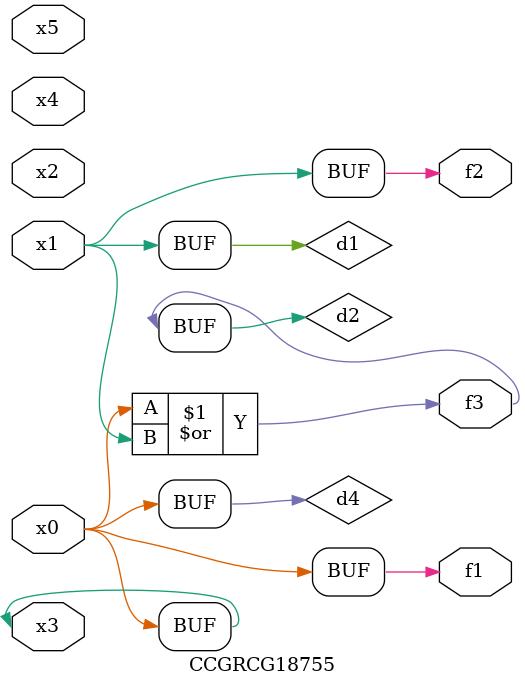
<source format=v>
module CCGRCG18755(
	input x0, x1, x2, x3, x4, x5,
	output f1, f2, f3
);

	wire d1, d2, d3, d4;

	and (d1, x1);
	or (d2, x0, x1);
	nand (d3, x0, x5);
	buf (d4, x0, x3);
	assign f1 = d4;
	assign f2 = d1;
	assign f3 = d2;
endmodule

</source>
